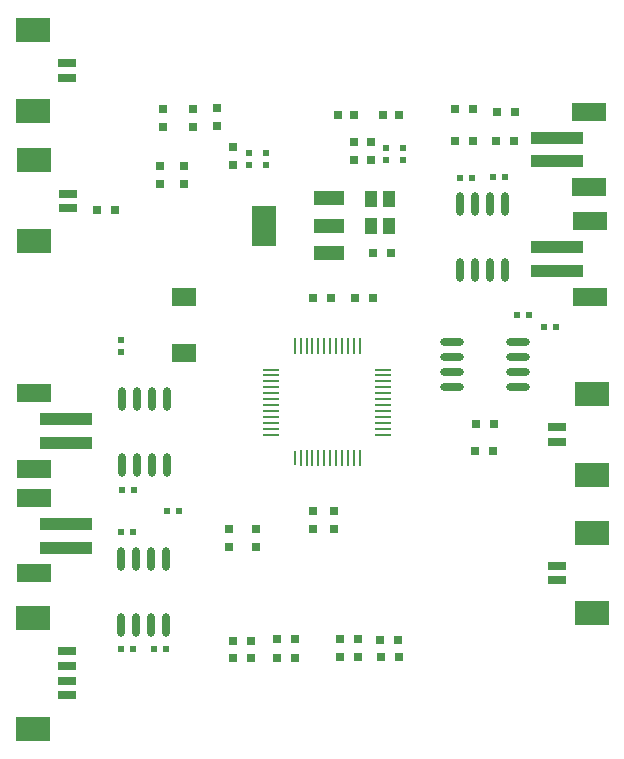
<source format=gtp>
G04*
G04 #@! TF.GenerationSoftware,Altium Limited,Altium Designer,18.1.9 (240)*
G04*
G04 Layer_Color=8421504*
%FSLAX24Y24*%
%MOIN*%
G70*
G01*
G75*
%ADD18R,0.0200X0.0200*%
%ADD19R,0.0300X0.0300*%
%ADD20R,0.0433X0.0551*%
%ADD21R,0.0300X0.0300*%
%ADD22R,0.0984X0.0472*%
%ADD23R,0.0787X0.1378*%
%ADD24R,0.1772X0.0394*%
%ADD25R,0.1181X0.0630*%
%ADD26R,0.0200X0.0200*%
%ADD27O,0.0240X0.0800*%
%ADD28R,0.0630X0.0276*%
%ADD29R,0.1181X0.0827*%
%ADD30R,0.0800X0.0600*%
%ADD31R,0.0520X0.0079*%
%ADD32R,0.0079X0.0520*%
%ADD33O,0.0079X0.0520*%
%ADD34O,0.0800X0.0240*%
D18*
X17972Y44845D02*
D03*
Y45245D02*
D03*
X23100Y45000D02*
D03*
Y45400D02*
D03*
X22550Y45000D02*
D03*
Y45400D02*
D03*
X13700Y38600D02*
D03*
Y39000D02*
D03*
X18522Y44845D02*
D03*
Y45245D02*
D03*
D19*
X15016Y44800D02*
D03*
Y44200D02*
D03*
X22055Y45000D02*
D03*
Y45600D02*
D03*
X21466Y45000D02*
D03*
Y45600D02*
D03*
X15100Y46100D02*
D03*
Y46700D02*
D03*
X16100Y46100D02*
D03*
Y46700D02*
D03*
X17300Y32100D02*
D03*
Y32700D02*
D03*
X16900Y46150D02*
D03*
Y46750D02*
D03*
X17422Y45443D02*
D03*
Y44843D02*
D03*
X18200Y32100D02*
D03*
Y32700D02*
D03*
X15800Y44800D02*
D03*
Y44200D02*
D03*
X20800Y33300D02*
D03*
Y32700D02*
D03*
X20100Y33300D02*
D03*
Y32700D02*
D03*
D20*
X22055Y43725D02*
D03*
X22645D02*
D03*
X22055Y42825D02*
D03*
X22645D02*
D03*
D21*
X22700Y41925D02*
D03*
X22100D02*
D03*
X24850Y46700D02*
D03*
X25450D02*
D03*
X26200Y45645D02*
D03*
X26800D02*
D03*
X24850D02*
D03*
X25450D02*
D03*
X22377Y28445D02*
D03*
X22977D02*
D03*
X17450Y28397D02*
D03*
X18050D02*
D03*
X21015Y28447D02*
D03*
X21615D02*
D03*
X18900Y28397D02*
D03*
X19500D02*
D03*
X21015Y29030D02*
D03*
X21615D02*
D03*
X22350Y29000D02*
D03*
X22950D02*
D03*
X18900Y29047D02*
D03*
X19500D02*
D03*
X17434Y28975D02*
D03*
X18034D02*
D03*
X26250Y46610D02*
D03*
X26850D02*
D03*
X20700Y40425D02*
D03*
X20100D02*
D03*
X21500D02*
D03*
X22100D02*
D03*
X13500Y43350D02*
D03*
X12900D02*
D03*
X20925Y46500D02*
D03*
X21475D02*
D03*
X22425D02*
D03*
X22975D02*
D03*
X26096Y35300D02*
D03*
X25496D02*
D03*
X26150Y36200D02*
D03*
X25550D02*
D03*
D22*
X20650Y42825D02*
D03*
Y43730D02*
D03*
Y41919D02*
D03*
D23*
X18485Y42825D02*
D03*
D24*
X28225Y44966D02*
D03*
Y45754D02*
D03*
X28250Y41313D02*
D03*
Y42100D02*
D03*
X11883Y36368D02*
D03*
Y35580D02*
D03*
Y32884D02*
D03*
Y32096D02*
D03*
D25*
X29308Y44100D02*
D03*
Y46620D02*
D03*
X29333Y40446D02*
D03*
Y42966D02*
D03*
X10800Y37234D02*
D03*
Y34714D02*
D03*
Y33750D02*
D03*
Y31230D02*
D03*
D26*
X26496Y44450D02*
D03*
X26096D02*
D03*
X25400Y44400D02*
D03*
X25000D02*
D03*
X13700Y32600D02*
D03*
X14100D02*
D03*
X15650Y33300D02*
D03*
X15250D02*
D03*
X13750Y34000D02*
D03*
X14150D02*
D03*
X14800Y28700D02*
D03*
X15200D02*
D03*
X13700D02*
D03*
X14100D02*
D03*
X27300Y39850D02*
D03*
X26900D02*
D03*
X27800Y39450D02*
D03*
X28200D02*
D03*
D27*
X26000Y41350D02*
D03*
X25500Y43550D02*
D03*
X25000D02*
D03*
X26500D02*
D03*
X26000D02*
D03*
X25000Y41350D02*
D03*
X25500D02*
D03*
X26500D02*
D03*
X14200Y31700D02*
D03*
X14700Y29500D02*
D03*
X15200D02*
D03*
X13700D02*
D03*
X14200D02*
D03*
X15200Y31700D02*
D03*
X14700D02*
D03*
X13700D02*
D03*
X14250Y37044D02*
D03*
X14750Y34844D02*
D03*
X15250D02*
D03*
X13750D02*
D03*
X14250D02*
D03*
X15250Y37044D02*
D03*
X14750D02*
D03*
X13750D02*
D03*
D28*
X11900Y27658D02*
D03*
Y27166D02*
D03*
Y28150D02*
D03*
Y28642D02*
D03*
Y48250D02*
D03*
Y47758D02*
D03*
X11942Y43894D02*
D03*
Y43402D02*
D03*
X28250Y31000D02*
D03*
Y31492D02*
D03*
Y35608D02*
D03*
Y36100D02*
D03*
D29*
X10758Y29744D02*
D03*
Y26063D02*
D03*
Y49352D02*
D03*
Y46656D02*
D03*
X10800Y44997D02*
D03*
Y42300D02*
D03*
X29392Y29898D02*
D03*
Y32594D02*
D03*
Y34506D02*
D03*
Y37202D02*
D03*
D30*
X15800Y38596D02*
D03*
Y40446D02*
D03*
D31*
X18710Y35863D02*
D03*
Y36059D02*
D03*
Y36256D02*
D03*
Y36453D02*
D03*
Y36650D02*
D03*
Y36847D02*
D03*
Y38028D02*
D03*
X22450D02*
D03*
Y37831D02*
D03*
Y37634D02*
D03*
Y37437D02*
D03*
Y37241D02*
D03*
Y37044D02*
D03*
Y36847D02*
D03*
Y36650D02*
D03*
Y36453D02*
D03*
Y36256D02*
D03*
Y36059D02*
D03*
Y35863D02*
D03*
X18710Y37437D02*
D03*
Y37634D02*
D03*
Y37831D02*
D03*
Y37241D02*
D03*
Y37044D02*
D03*
D32*
X19497Y38815D02*
D03*
X19694D02*
D03*
X19891D02*
D03*
X20088D02*
D03*
X20678D02*
D03*
X20875D02*
D03*
X21072D02*
D03*
X21269D02*
D03*
X21466D02*
D03*
X21663D02*
D03*
Y35075D02*
D03*
X21466D02*
D03*
X21269D02*
D03*
X21072D02*
D03*
X20875D02*
D03*
X20678D02*
D03*
X20482D02*
D03*
X20285D02*
D03*
X20088D02*
D03*
X19891D02*
D03*
X19694D02*
D03*
X20482Y38815D02*
D03*
X20285D02*
D03*
D33*
X19497Y35075D02*
D03*
D34*
X24750Y37950D02*
D03*
X26950Y38450D02*
D03*
Y38950D02*
D03*
Y37450D02*
D03*
Y37950D02*
D03*
X24750Y38950D02*
D03*
Y38450D02*
D03*
Y37450D02*
D03*
M02*

</source>
